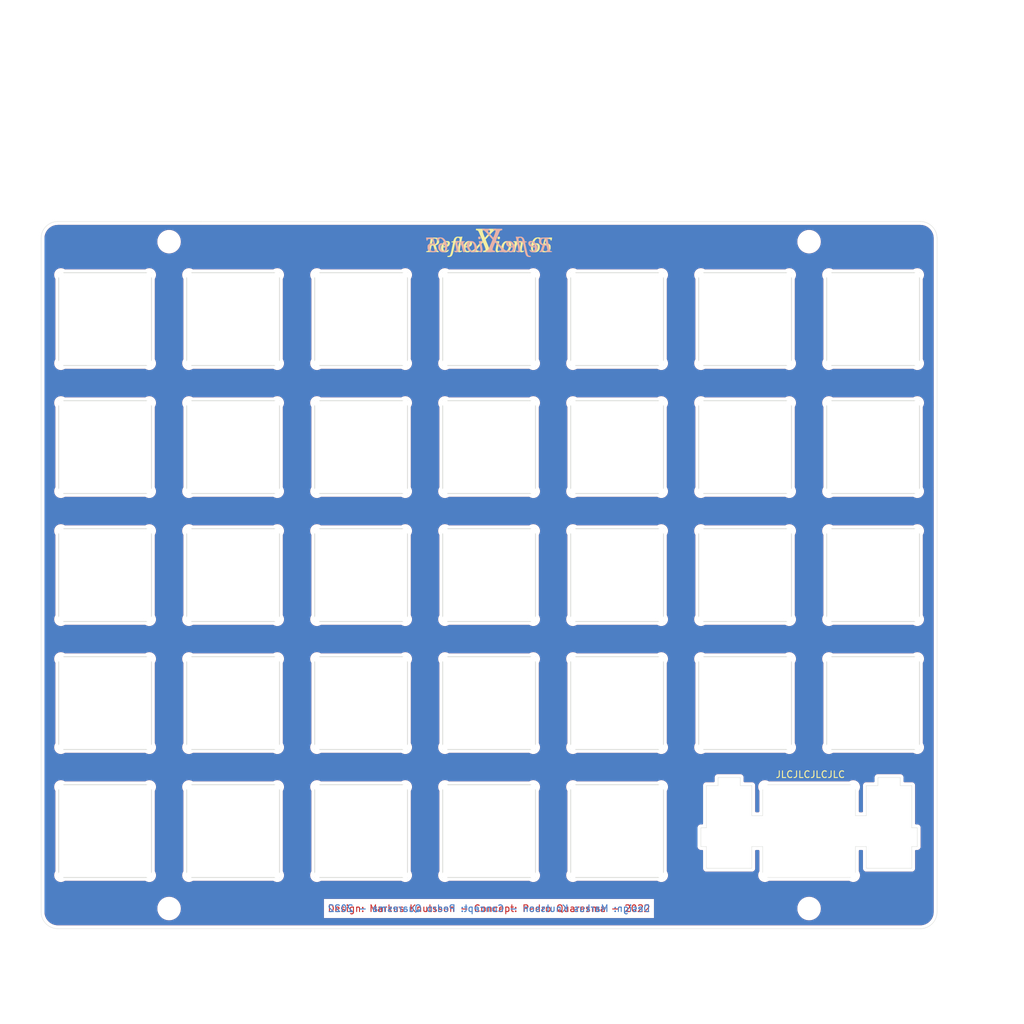
<source format=kicad_pcb>
(kicad_pcb (version 20211014) (generator pcbnew)
  (title_block (title "RefleXion - 65 Front Plate") (date "2022-10-10") (rev "1.0.0") (company "Tweety's Wild Thinking") (comment 1 "Design: Markus Knutsson <markus.knutsson@tweety.se>") (comment 2 "Concept: Pedro Quaresma <pq@live.ie>") (comment 3 "https://github.com/TweetyDaBird") (comment 4 "Licensed under Creative Commons BY-SA 4.0 International"))
  (layers (0 "F.Cu" signal) (31 "B.Cu" signal) (34 "B.Paste" user) (35 "F.Paste" user) (36 "B.SilkS" user "B.Silkscreen") (37 "F.SilkS" user "F.Silkscreen") (38 "B.Mask" user) (39 "F.Mask" user) (44 "Edge.Cuts" user))
  (net 0 "")
  (footprint "Keyboard_Plate:Spacer Plate hole" (layer "F.Cu") (at 158.515 35.965)
    (fp_text reference "H3" hide)
    (fp_text value "Spacer_PCB" hide)
    (pad "" np_thru_hole circle (at 0 0) (size 2.5 2.5) (drill 2.5) (layers *.Cu *.Mask))
  )
  (footprint "Keyboard_Plate:SW_MX_Plate_Placeholder" (layer "F.Cu") (at 129.94 123.69)
    (fp_text reference "SW33" hide)
    (fp_text value "SW_Push" hide)
    (fp_line (start 6.9 -6.9) (end -6.9 -6.9) (layer "Edge.Cuts") (width 0.1))
    (fp_line (start 6.9 6.9) (end 6.9 -6.9) (layer "Edge.Cuts") (width 0.1))
    (fp_line (start -6.9 6.9) (end 6.9 6.9) (layer "Edge.Cuts") (width 0.1))
    (fp_line (start -6.9 -6.9) (end -6.9 6.9) (layer "Edge.Cuts") (width 0.1))
    (pad "" np_thru_hole circle (at 6.5786 6.5786) (size 1 1) (drill 1) (layers *.Cu *.Mask))
    (pad "" np_thru_hole circle (at -6.5786 -6.5786) (size 1 1) (drill 1) (layers *.Cu *.Mask))
    (pad "" np_thru_hole circle (at 6.5786 -6.5786) (size 1 1) (drill 1) (layers *.Cu *.Mask))
    (pad "" np_thru_hole circle (at -6.5786 6.5786) (size 1 1) (drill 1) (layers *.Cu *.Mask))
  )
  (footprint "Keyboard_Plate:SW_MX_Plate_Placeholder" (layer "F.Cu") (at 110.89 66.54)
    (fp_text reference "SW11" hide)
    (fp_text value "SW_Push" hide)
    (fp_line (start -6.9 -6.9) (end -6.9 6.9) (layer "Edge.Cuts") (width 0.1))
    (fp_line (start 6.9 6.9) (end 6.9 -6.9) (layer "Edge.Cuts") (width 0.1))
    (fp_line (start -6.9 6.9) (end 6.9 6.9) (layer "Edge.Cuts") (width 0.1))
    (fp_line (start 6.9 -6.9) (end -6.9 -6.9) (layer "Edge.Cuts") (width 0.1))
    (pad "" np_thru_hole circle (at -6.5786 -6.5786) (size 1 1) (drill 1) (layers *.Cu *.Mask))
    (pad "" np_thru_hole circle (at 6.5786 -6.5786) (size 1 1) (drill 1) (layers *.Cu *.Mask))
    (pad "" np_thru_hole circle (at 6.5786 6.5786) (size 1 1) (drill 1) (layers *.Cu *.Mask))
    (pad "" np_thru_hole circle (at -6.5786 6.5786) (size 1 1) (drill 1) (layers *.Cu *.Mask))
  )
  (footprint "Keyboard_Plate:SW_MX_Plate_Placeholder" (layer "F.Cu") (at 72.79 123.69)
    (fp_text reference "SW30" hide)
    (fp_text value "SW_Push" hide)
    (fp_line (start -6.9 6.9) (end 6.9 6.9) (layer "Edge.Cuts") (width 0.1))
    (fp_line (start -6.9 -6.9) (end -6.9 6.9) (layer "Edge.Cuts") (width 0.1))
    (fp_line (start 6.9 -6.9) (end -6.9 -6.9) (layer "Edge.Cuts") (width 0.1))
    (fp_line (start 6.9 6.9) (end 6.9 -6.9) (layer "Edge.Cuts") (width 0.1))
    (pad "" np_thru_hole circle (at -6.5786 -6.5786) (size 1 1) (drill 1) (layers *.Cu *.Mask))
    (pad "" np_thru_hole circle (at -6.5786 6.5786) (size 1 1) (drill 1) (layers *.Cu *.Mask))
    (pad "" np_thru_hole circle (at 6.5786 6.5786) (size 1 1) (drill 1) (layers *.Cu *.Mask))
    (pad "" np_thru_hole circle (at 6.5786 -6.5786) (size 1 1) (drill 1) (layers *.Cu *.Mask))
  )
  (footprint "Keyboard_Plate:SW_MX_Plate_Placeholder" (layer "F.Cu") (at 110.89 123.69)
    (fp_text reference "SW32" hide)
    (fp_text value "SW_Push" hide)
    (fp_line (start 6.9 6.9) (end 6.9 -6.9) (layer "Edge.Cuts") (width 0.1))
    (fp_line (start -6.9 -6.9) (end -6.9 6.9) (layer "Edge.Cuts") (width 0.1))
    (fp_line (start -6.9 6.9) (end 6.9 6.9) (layer "Edge.Cuts") (width 0.1))
    (fp_line (start 6.9 -6.9) (end -6.9 -6.9) (layer "Edge.Cuts") (width 0.1))
    (pad "" np_thru_hole circle (at -6.5786 6.5786) (size 1 1) (drill 1) (layers *.Cu *.Mask))
    (pad "" np_thru_hole circle (at 6.5786 -6.5786) (size 1 1) (drill 1) (layers *.Cu *.Mask))
    (pad "" np_thru_hole circle (at 6.5786 6.5786) (size 1 1) (drill 1) (layers *.Cu *.Mask))
    (pad "" np_thru_hole circle (at -6.5786 -6.5786) (size 1 1) (drill 1) (layers *.Cu *.Mask))
  )
  (footprint "Keyboard_Plate:SW_MX_Plate_Placeholder" (layer "F.Cu") (at 91.84 47.49)
    (fp_text reference "SW3" hide)
    (fp_text value "SW_Push" hide)
    (fp_line (start 6.9 6.9) (end 6.9 -6.9) (layer "Edge.Cuts") (width 0.1))
    (fp_line (start 6.9 -6.9) (end -6.9 -6.9) (layer "Edge.Cuts") (width 0.1))
    (fp_line (start -6.9 -6.9) (end -6.9 6.9) (layer "Edge.Cuts") (width 0.1))
    (fp_line (start -6.9 6.9) (end 6.9 6.9) (layer "Edge.Cuts") (width 0.1))
    (pad "" np_thru_hole circle (at 6.5786 6.5786) (size 1 1) (drill 1) (layers *.Cu *.Mask))
    (pad "" np_thru_hole circle (at -6.5786 -6.5786) (size 1 1) (drill 1) (layers *.Cu *.Mask))
    (pad "" np_thru_hole circle (at 6.5786 -6.5786) (size 1 1) (drill 1) (layers *.Cu *.Mask))
    (pad "" np_thru_hole circle (at -6.5786 6.5786) (size 1 1) (drill 1) (layers *.Cu *.Mask))
  )
  (footprint "Keyboard_Plate:Spacer Plate hole" (layer "F.Cu") (at 158.515 135.215)
    (fp_text reference "H4" hide)
    (fp_text value "Spacer_PCB" hide)
    (pad "" np_thru_hole circle (at 0 0) (size 2.5 2.5) (drill 2.5) (layers *.Cu *.Mask))
  )
  (footprint "Keyboard_Plate:SW_MX_Plate_Placeholder" (layer "F.Cu") (at 148.99 104.64)
    (fp_text reference "SW27" hide)
    (fp_text value "SW_Push" hide)
    (fp_line (start -6.9 -6.9) (end -6.9 6.9) (layer "Edge.Cuts") (width 0.1))
    (fp_line (start 6.9 6.9) (end 6.9 -6.9) (layer "Edge.Cuts") (width 0.1))
    (fp_line (start -6.9 6.9) (end 6.9 6.9) (layer "Edge.Cuts") (width 0.1))
    (fp_line (start 6.9 -6.9) (end -6.9 -6.9) (layer "Edge.Cuts") (width 0.1))
    (pad "" np_thru_hole circle (at 6.5786 -6.5786) (size 1 1) (drill 1) (layers *.Cu *.Mask))
    (pad "" np_thru_hole circle (at -6.5786 6.5786) (size 1 1) (drill 1) (layers *.Cu *.Mask))
    (pad "" np_thru_hole circle (at 6.5786 6.5786) (size 1 1) (drill 1) (layers *.Cu *.Mask))
    (pad "" np_thru_hole circle (at -6.5786 -6.5786) (size 1 1) (drill 1) (layers *.Cu *.Mask))
  )
  (footprint "Keyboard_Plate:SW_MX_Plate_Placeholder" (layer "F.Cu") (at 91.84 123.69)
    (fp_text reference "SW31" hide)
    (fp_text value "SW_Push" hide)
    (fp_line (start 6.9 6.9) (end 6.9 -6.9) (layer "Edge.Cuts") (width 0.1))
    (fp_line (start 6.9 -6.9) (end -6.9 -6.9) (layer "Edge.Cuts") (width 0.1))
    (fp_line (start -6.9 6.9) (end 6.9 6.9) (layer "Edge.Cuts") (width 0.1))
    (fp_line (start -6.9 -6.9) (end -6.9 6.9) (layer "Edge.Cuts") (width 0.1))
    (pad "" np_thru_hole circle (at -6.5786 6.5786) (size 1 1) (drill 1) (layers *.Cu *.Mask))
    (pad "" np_thru_hole circle (at -6.5786 -6.5786) (size 1 1) (drill 1) (layers *.Cu *.Mask))
    (pad "" np_thru_hole circle (at 6.5786 -6.5786) (size 1 1) (drill 1) (layers *.Cu *.Mask))
    (pad "" np_thru_hole circle (at 6.5786 6.5786) (size 1 1) (drill 1) (layers *.Cu *.Mask))
  )
  (footprint "Keyboard_Plate:SW_MX_Plate_Placeholder" (layer "F.Cu") (at 148.99 66.54)
    (fp_text reference "SW13" hide)
    (fp_text value "SW_Push" hide)
    (fp_line (start -6.9 6.9) (end 6.9 6.9) (layer "Edge.Cuts") (width 0.1))
    (fp_line (start -6.9 -6.9) (end -6.9 6.9) (layer "Edge.Cuts") (width 0.1))
    (fp_line (start 6.9 6.9) (end 6.9 -6.9) (layer "Edge.Cuts") (width 0.1))
    (fp_line (start 6.9 -6.9) (end -6.9 -6.9) (layer "Edge.Cuts") (width 0.1))
    (pad "" np_thru_hole circle (at -6.5786 6.5786) (size 1 1) (drill 1) (layers *.Cu *.Mask))
    (pad "" np_thru_hole circle (at 6.5786 6.5786) (size 1 1) (drill 1) (layers *.Cu *.Mask))
    (pad "" np_thru_hole circle (at -6.5786 -6.5786) (size 1 1) (drill 1) (layers *.Cu *.Mask))
    (pad "" np_thru_hole circle (at 6.5786 -6.5786) (size 1 1) (drill 1) (layers *.Cu *.Mask))
  )
  (footprint "Keyboard_Plate:SW_MX_Plate_Placeholder" (layer "F.Cu") (at 53.74 66.54)
    (fp_text reference "SW8" hide)
    (fp_text value "SW_Push" hide)
    (fp_line (start -6.9 6.9) (end 6.9 6.9) (layer "Edge.Cuts") (width 0.1))
    (fp_line (start -6.9 -6.9) (end -6.9 6.9) (layer "Edge.Cuts") (width 0.1))
    (fp_line (start 6.9 6.9) (end 6.9 -6.9) (layer "Edge.Cuts") (width 0.1))
    (fp_line (start 6.9 -6.9) (end -6.9 -6.9) (layer "Edge.Cuts") (width 0.1))
    (pad "" np_thru_hole circle (at -6.5786 -6.5786) (size 1 1) (drill 1) (layers *.Cu *.Mask))
    (pad "" np_thru_hole circle (at 6.5786 -6.5786) (size 1 1) (drill 1) (layers *.Cu *.Mask))
    (pad "" np_thru_hole circle (at -6.5786 6.5786) (size 1 1) (drill 1) (layers *.Cu *.Mask))
    (pad "" np_thru_hole circle (at 6.5786 6.5786) (size 1 1) (drill 1) (layers *.Cu *.Mask))
  )
  (footprint "Keyboard_Plate:SW_MX_Plate_Placeholder" (layer "F.Cu") (at 72.79 66.54)
    (fp_text reference "SW9" hide)
    (fp_text value "SW_Push" hide)
    (fp_line (start 6.9 6.9) (end 6.9 -6.9) (layer "Edge.Cuts") (width 0.1))
    (fp_line (start -6.9 6.9) (end 6.9 6.9) (layer "Edge.Cuts") (width 0.1))
    (fp_line (start 6.9 -6.9) (end -6.9 -6.9) (layer "Edge.Cuts") (width 0.1))
    (fp_line (start -6.9 -6.9) (end -6.9 6.9) (layer "Edge.Cuts") (width 0.1))
    (pad "" np_thru_hole circle (at 6.5786 -6.5786) (size 1 1) (drill 1) (layers *.Cu *.Mask))
    (pad "" np_thru_hole circle (at -6.5786 -6.5786) (size 1 1) (drill 1) (layers *.Cu *.Mask))
    (pad "" np_thru_hole circle (at 6.5786 6.5786) (size 1 1) (drill 1) (layers *.Cu *.Mask))
    (pad "" np_thru_hole circle (at -6.5786 6.5786) (size 1 1) (drill 1) (layers *.Cu *.Mask))
  )
  (footprint "Keyboard_Plate:SW_MX_Plate_Placeholder" (layer "F.Cu") (at 148.99 85.59)
    (fp_text reference "SW20" hide)
    (fp_text value "SW_Push" hide)
    (fp_line (start 6.9 6.9) (end 6.9 -6.9) (layer "Edge.Cuts") (width 0.1))
    (fp_line (start -6.9 -6.9) (end -6.9 6.9) (layer "Edge.Cuts") (width 0.1))
    (fp_line (start 6.9 -6.9) (end -6.9 -6.9) (layer "Edge.Cuts") (width 0.1))
    (fp_line (start -6.9 6.9) (end 6.9 6.9) (layer "Edge.Cuts") (width 0.1))
    (pad "" np_thru_hole circle (at -6.5786 -6.5786) (size 1 1) (drill 1) (layers *.Cu *.Mask))
    (pad "" np_thru_hole circle (at -6.5786 6.5786) (size 1 1) (drill 1) (layers *.Cu *.Mask))
    (pad "" np_thru_hole circle (at 6.5786 6.5786) (size 1 1) (drill 1) (layers *.Cu *.Mask))
    (pad "" np_thru_hole circle (at 6.5786 -6.5786) (size 1 1) (drill 1) (layers *.Cu *.Mask))
  )
  (footprint "Keyboard_Plate:SW_MX_Plate_Placeholder" (layer "F.Cu") (at 110.89 85.59)
    (fp_text reference "SW18" hide)
    (fp_text value "SW_Push" hide)
    (fp_line (start -6.9 -6.9) (end -6.9 6.9) (layer "Edge.Cuts") (width 0.1))
    (fp_line (start -6.9 6.9) (end 6.9 6.9) (layer "Edge.Cuts") (width 0.1))
    (fp_line (start 6.9 6.9) (end 6.9 -6.9) (layer "Edge.Cuts") (width 0.1))
    (fp_line (start 6.9 -6.9) (end -6.9 -6.9) (layer "Edge.Cuts") (width 0.1))
    (pad "" np_thru_hole circle (at -6.5786 -6.5786) (size 1 1) (drill 1) (layers *.Cu *.Mask))
    (pad "" np_thru_hole circle (at 6.5786 6.5786) (size 1 1) (drill 1) (layers *.Cu *.Mask))
    (pad "" np_thru_hole circle (at -6.5786 6.5786) (size 1 1) (drill 1) (layers *.Cu *.Mask))
    (pad "" np_thru_hole circle (at 6.5786 -6.5786) (size 1 1) (drill 1) (layers *.Cu *.Mask))
  )
  (footprint "Keyboard_Plate:SW_MX_Plate_Placeholder" (layer "F.Cu") (at 129.94 66.54)
    (fp_text reference "SW12" hide)
    (fp_text value "SW_Push" hide)
    (fp_line (start 6.9 -6.9) (end -6.9 -6.9) (layer "Edge.Cuts") (width 0.1))
    (fp_line (start -6.9 -6.9) (end -6.9 6.9) (layer "Edge.Cuts") (width 0.1))
    (fp_line (start 6.9 6.9) (end 6.9 -6.9) (layer "Edge.Cuts") (width 0.1))
    (fp_line (start -6.9 6.9) (end 6.9 6.9) (layer "Edge.Cuts") (width 0.1))
    (pad "" np_thru_hole circle (at -6.5786 -6.5786) (size 1 1) (drill 1) (layers *.Cu *.Mask))
    (pad "" np_thru_hole circle (at -6.5786 6.5786) (size 1 1) (drill 1) (layers *.Cu *.Mask))
    (pad "" np_thru_hole circle (at 6.5786 6.5786) (size 1 1) (drill 1) (layers *.Cu *.Mask))
    (pad "" np_thru_hole circle (at 6.5786 -6.5786) (size 1 1) (drill 1) (layers *.Cu *.Mask))
  )
  (footprint "Keyboard_Plate:Spacer Plate hole" (layer "F.Cu") (at 63.265 35.965)
    (fp_text reference "H1" hide)
    (fp_text value "Spacer_PCB" hide)
    (pad "" np_thru_hole circle (at 0 0) (size 2.5 2.5) (drill 2.5) (layers *.Cu *.Mask))
  )
  (footprint "Keyboard_Plate:SW_MX_Plate_Placeholder" (layer "F.Cu") (at 110.89 47.49)
    (fp_text reference "SW4" hide)
    (fp_text value "SW_Push" hide)
    (fp_line (start -6.9 6.9) (end 6.9 6.9) (layer "Edge.Cuts") (width 0.1))
    (fp_line (start 6.9 6.9) (end 6.9 -6.9) (layer "Edge.Cuts") (width 0.1))
    (fp_line (start 6.9 -6.9) (end -6.9 -6.9) (layer "Edge.Cuts") (width 0.1))
    (fp_line (start -6.9 -6.9) (end -6.9 6.9) (layer "Edge.Cuts") (width 0.1))
    (pad "" np_thru_hole circle (at 6.5786 6.5786) (size 1 1) (drill 1) (layers *.Cu *.Mask))
    (pad "" np_thru_hole circle (at 6.5786 -6.5786) (size 1 1) (drill 1) (layers *.Cu *.Mask))
    (pad "" np_thru_hole circle (at -6.5786 6.5786) (size 1 1) (drill 1) (layers *.Cu *.Mask))
    (pad "" np_thru_hole circle (at -6.5786 -6.5786) (size 1 1) (drill 1) (layers *.Cu *.Mask))
  )
  (footprint "Logotypes:RefleXion 65" (layer "F.Cu") (at 110.993994 36.121614)
    (fp_text reference "G***" hide)
    (fp_text value "LOGO" hide)
  )
  (footprint "Keyboard_Plate:SW_MX_Plate_Placeholder" (layer "F.Cu") (at 72.79 85.59)
    (fp_text reference "SW16" hide)
    (fp_text value "SW_Push" hide)
    (fp_line (start 6.9 6.9) (end 6.9 -6.9) (layer "Edge.Cuts") (width 0.1))
    (fp_line (start 6.9 -6.9) (end -6.9 -6.9) (layer "Edge.Cuts") (width 0.1))
    (fp_line (start -6.9 -6.9) (end -6.9 6.9) (layer "Edge.Cuts") (width 0.1))
    (fp_line (start -6.9 6.9) (end 6.9 6.9) (layer "Edge.Cuts") (width 0.1))
    (pad "" np_thru_hole circle (at -6.5786 6.5786) (size 1 1) (drill 1) (layers *.Cu *.Mask))
    (pad "" np_thru_hole circle (at -6.5786 -6.5786) (size 1 1) (drill 1) (layers *.Cu *.Mask))
    (pad "" np_thru_hole circle (at 6.5786 -6.5786) (size 1 1) (drill 1) (layers *.Cu *.Mask))
    (pad "" np_thru_hole circle (at 6.5786 6.5786) (size 1 1) (drill 1) (layers *.Cu *.Mask))
  )
  (footprint "Keyboard_Plate:SW_MX_Plate_Placeholder" (layer "F.Cu") (at 91.84 85.59)
    (fp_text reference "SW17" hide)
    (fp_text value "SW_Push" hide)
    (fp_line (start 6.9 6.9) (end 6.9 -6.9) (layer "Edge.Cuts") (width 0.1))
    (fp_line (start -6.9 -6.9) (end -6.9 6.9) (layer "Edge.Cuts") (width 0.1))
    (fp_line (start -6.9 6.9) (end 6.9 6.9) (layer "Edge.Cuts") (width 0.1))
    (fp_line (start 6.9 -6.9) (end -6.9 -6.9) (layer "Edge.Cuts") (width 0.1))
    (pad "" np_thru_hole circle (at 6.5786 6.5786) (size 1 1) (drill 1) (layers *.Cu *.Mask))
    (pad "" np_thru_hole circle (at -6.5786 -6.5786) (size 1 1) (drill 1) (layers *.Cu *.Mask))
    (pad "" np_thru_hole circle (at 6.5786 -6.5786) (size 1 1) (drill 1) (layers *.Cu *.Mask))
    (pad "" np_thru_hole circle (at -6.5786 6.5786) (size 1 1) (drill 1) (layers *.Cu *.Mask))
  )
  (footprint "Keyboard_Plate:SW_MX_Plate_Placeholder" (layer "F.Cu") (at 53.74 85.59)
    (fp_text reference "SW15" hide)
    (fp_text value "SW_Push" hide)
    (fp_line (start -6.9 -6.9) (end -6.9 6.9) (layer "Edge.Cuts") (width 0.1))
    (fp_line (start 6.9 -6.9) (end -6.9 -6.9) (layer "Edge.Cuts") (width 0.1))
    (fp_line (start -6.9 6.9) (end 6.9 6.9) (layer "Edge.Cuts") (width 0.1))
    (fp_line (start 6.9 6.9) (end 6.9 -6.9) (layer "Edge.Cuts") (width 0.1))
    (pad "" np_thru_hole circle (at -6.5786 -6.5786) (size 1 1) (drill 1) (layers *.Cu *.Mask))
    (pad "" np_thru_hole circle (at -6.5786 6.5786) (size 1 1) (drill 1) (layers *.Cu *.Mask))
    (pad "" np_thru_hole circle (at 6.5786 -6.5786) (size 1 1) (drill 1) (layers *.Cu *.Mask))
    (pad "" np_thru_hole circle (at 6.5786 6.5786) (size 1 1) (drill 1) (layers *.Cu *.Mask))
  )
  (footprint "Keyboard_Plate:SW_MX_Plate_Placeholder" (layer "F.Cu") (at 168.04 104.64)
    (fp_text reference "SW28" hide)
    (fp_text value "SW_Push" hide)
    (fp_line (start -6.9 6.9) (end 6.9 6.9) (layer "Edge.Cuts") (width 0.1))
    (fp_line (start -6.9 -6.9) (end -6.9 6.9) (layer "Edge.Cuts") (width 0.1))
    (fp_line (start 6.9 -6.9) (end -6.9 -6.9) (layer "Edge.Cuts") (width 0.1))
    (fp_line (start 6.9 6.9) (end 6.9 -6.9) (layer "Edge.Cuts") (width 0.1))
    (pad "" np_thru_hole circle (at -6.5786 -6.5786) (size 1 1) (drill 1) (layers *.Cu *.Mask))
    (pad "" np_thru_hole circle (at 6.5786 -6.5786) (size 1 1) (drill 1) (layers *.Cu *.Mask))
    (pad "" np_thru_hole circle (at -6.5786 6.5786) (size 1 1) (drill 1) (layers *.Cu *.Mask))
    (pad "" np_thru_hole circle (at 6.5786 6.5786) (size 1 1) (drill 1) (layers *.Cu *.Mask))
  )
  (footprint "Keyboard_Plate:SW_MX_Plate_Placeholder" (layer "F.Cu") (at 72.79 104.64)
    (fp_text reference "SW23" hide)
    (fp_text value "SW_Push" hide)
    (fp_line (start 6.9 -6.9) (end -6.9 -6.9) (layer "Edge.Cuts") (width 0.1))
    (fp_line (start -6.9 6.9) (end 6.9 6.9) (layer "Edge.Cuts") (width 0.1))
    (fp_line (start -6.9 -6.9) (end -6.9 6.9) (layer "Edge.Cuts") (width 0.1))
    (fp_line (start 6.9 6.9) (end 6.9 -6.9) (layer "Edge.Cuts") (width 0.1))
    (pad "" np_thru_hole circle (at 6.5786 6.5786) (size 1 1) (drill 1) (layers *.Cu *.Mask))
    (pad "" np_thru_hole circle (at -6.5786 -6.5786) (size 1 1) (drill 1) (layers *.Cu *.Mask))
    (pad "" np_thru_hole circle (at 6.5786 -6.5786) (size 1 1) (drill 1) (layers *.Cu *.Mask))
    (pad "" np_thru_hole circle (at -6.5786 6.5786) (size 1 1) (drill 1) (layers *.Cu *.Mask))
  )
  (footprint "Keyboard_Plate:SW_MX_Plate_Placeholder" (layer "F.Cu") (at 168.04 66.54)
    (fp_text reference "SW14" hide)
    (fp_text value "SW_Push" hide)
    (fp_line (start -6.9 -6.9) (end -6.9 6.9) (layer "Edge.Cuts") (width 0.1))
    (fp_line (start 6.9 -6.9) (end -6.9 -6.9) (layer "Edge.Cuts") (width 0.1))
    (fp_line (start 6.9 6.9) (end 6.9 -6.9) (layer "Edge.Cuts") (width 0.1))
    (fp_line (start -6.9 6.9) (end 6.9 6.9) (layer "Edge.Cuts") (width 0.1))
    (pad "" np_thru_hole circle (at 6.5786 6.5786) (size 1 1) (drill 1) (layers *.Cu *.Mask))
    (pad "" np_thru_hole circle (at -6.5786 6.5786) (size 1 1) (drill 1) (layers *.Cu *.Mask))
    (pad "" np_thru_hole circle (at 6.5786 -6.5786) (size 1 1) (drill 1) (layers *.Cu *.Mask))
    (pad "" np_thru_hole circle (at -6.5786 -6.5786) (size 1 1) (drill 1) (layers *.Cu *.Mask))
  )
  (footprint "Keyboard_Plate:SW_MX_Plate_Placeholder" (layer "F.Cu") (at 129.94 85.59)
    (fp_text reference "SW19" hide)
    (fp_text value "SW_Push" hide)
    (fp_line (start -6.9 -6.9) (end -6.9 6.9) (layer "Edge.Cuts") (width 0.1))
    (fp_line (start -6.9 6.9) (end 6.9 6.9) (layer "Edge.Cuts") (width 0.1))
    (fp_line (start 6.9 6.9) (end 6.9 -6.9) (layer "Edge.Cuts") (width 0.1))
    (fp_line (start 6.9 -6.9) (end -6.9 -6.9) (layer "Edge.Cuts") (width 0.1))
    (pad "" np_thru_hole circle (at -6.5786 6.5786) (size 1 1) (drill 1) (layers *.Cu *.Mask))
    (pad "" np_thru_hole circle (at 6.5786 -6.5786) (size 1 1) (drill 1) (layers *.Cu *.Mask))
    (pad "" np_thru_hole circle (at -6.5786 -6.5786) (size 1 1) (drill 1) (layers *.Cu *.Mask))
    (pad "" np_thru_hole circle (at 6.5786 6.5786) (size 1 1) (drill 1) (layers *.Cu *.Mask))
  )
  (footprint "Keyboard_Plate:SW_MX_Plate_Placeholder" (layer "F.Cu") (at 72.79 47.49)
    (fp_text reference "SW2" hide)
    (fp_text value "SW_Push" hide)
    (fp_line (start 6.9 6.9) (end 6.9 -6.9) (layer "Edge.Cuts") (width 0.1))
    (fp_line (start -6.9 -6.9) (end -6.9 6.9) (layer "Edge.Cuts") (width 0.1))
    (fp_line (start -6.9 6.9) (end 6.9 6.9) (layer "Edge.Cuts") (width 0.1))
    (fp_line (start 6.9 -6.9) (end -6.9 -6.9) (layer "Edge.Cuts") (width 0.1))
    (pad "" np_thru_hole circle (at 6.5786 6.5786) (size 1 1) (drill 1) (layers *.Cu *.Mask))
    (pad "" np_thru_hole circle (at -6.5786 -6.5786) (size 1 1) (drill 1) (layers *.Cu *.Mask))
    (pad "" np_thru_hole circle (at 6.5786 -6.5786) (size 1 1) (drill 1) (layers *.Cu *.Mask))
    (pad "" np_thru_hole circle (at -6.5786 6.5786) (size 1 1) (drill 1) (layers *.Cu *.Mask))
  )
  (footprint "Keyboard_Plate:SW_MX_Plate_Placeholder" (layer "F.Cu") (at 110.89 104.64)
    (fp_text reference "SW25" hide)
    (fp_text value "SW_Push" hide)
    (fp_line (start -6.9 -6.9) (end -6.9 6.9) (layer "Edge.Cuts") (width 0.1))
    (fp_line (start 6.9 6.9) (end 6.9 -6.9) (layer "Edge.Cuts") (width 0.1))
    (fp_line (start -6.9 6.9) (end 6.9 6.9) (layer "Edge.Cuts") (width 0.1))
    (fp_line (start 6.9 -6.9) (end -6.9 -6.9) (layer "Edge.Cuts") (width 0.1))
    (pad "" np_thru_hole circle (at 6.5786 -6.5786) (size 1 1) (drill 1) (layers *.Cu *.Mask))
    (pad "" np_thru_hole circle (at -6.5786 6.5786) (size 1 1) (drill 1) (layers *.Cu *.Mask))
    (pad "" np_thru_hole circle (at -6.5786 -6.5786) (size 1 1) (drill 1) (layers *.Cu *.Mask))
    (pad "" np_thru_hole circle (at 6.5786 6.5786) (size 1 1) (drill 1) (layers *.Cu *.Mask))
  )
  (footprint "Keyboard_Plate:SW_MX_Plate_Placeholder" (layer "F.Cu") (at 168.04 47.49)
    (fp_text reference "SW7" hide)
    (fp_text value "SW_Push" hide)
    (fp_line (start -6.9 -6.9) (end -6.9 6.9) (layer "Edge.Cuts") (width 0.1))
    (fp_line (start 6.9 6.9) (end 6.9 -6.9) (layer "Edge.Cuts") (width 0.1))
    (fp_line (start -6.9 6.9) (end 6.9 6.9) (layer "Edge.Cuts") (width 0.1))
    (fp_line (start 6.9 -6.9) (end -6.9 -6.9) (layer "Edge.Cuts") (width 0.1))
    (pad "" np_thru_hole circle (at -6.5786 6.5786) (size 1 1) (drill 1) (layers *.Cu *.Mask))
    (pad "" np_thru_hole circle (at -6.5786 -6.5786) (size 1 1) (drill 1) (layers *.Cu *.Mask))
    (pad "" np_thru_hole circle (at 6.5786 -6.5786) (size 1 1) (drill 1) (layers *.Cu *.Mask))
    (pad "" np_thru_hole circle (at 6.5786 6.5786) (size 1 1) (drill 1) (layers *.Cu *.Mask))
  )
  (footprint "Keyboard_Plate:Stabilizer_Cherry_MX_2.00u_PLate" (layer "F.Cu") (at 158.515 123.69 180)
    (fp_text reference "ST1" hide)
    (fp_text value "Stabilizer_2u_MX")
    (fp_line (start 6.9 -6.9) (end 6.9 -2.3) (layer "Edge.Cuts") (width 0.05))
    (fp_line (start 15.275 6.77) (end 13.55 6.77) (layer "Edge.Cuts") (width 0.05))
    (fp_line (start -6.9 -6.9) (end -6.9 -2.3) (layer "Edge.Cuts") (width 0.05))
    (fp_line (start 10.25 7.97) (end 10.25 6.77) (layer "Edge.Cuts") (width 0.05))
    (fp_line (start 10.25 7.97) (end 13.55 7.97) (layer "Edge.Cuts") (width 0.05))
    (fp_line (start -16.1 -2.3) (end -15.275 -2.3) (layer "Edge.Cuts") (width 0.05))
    (fp_line (start -10.25 6.77) (end -8.525 6.77) (layer "Edge.Cuts") (width 0.05))
    (fp_line (start -10.25 7.97) (end -10.25 6.77) (layer "Edge.Cuts") (width 0.05))
    (fp_line (start -8.525 -2.3) (end -6.9 -2.3) (layer "Edge.Cuts") (width 0.05))
    (fp_line (start -16.1 0.485) (end -16.1 -2.3) (layer "Edge.Cuts") (width 0.05))
    (fp_line (start 10.25 6.77) (end 8.525 6.77) (layer "Edge.Cuts") (width 0.05))
    (fp_line (start 15.275 -2.3) (end 15.275 -5.53) (layer "Edge.Cuts") (width 0.05))
    (fp_line (start -8.525 2.3) (end -8.525 6.77) (layer "Edge.Cuts") (width 0.05))
    (fp_line (start 8.525 -2.3) (end 6.9 -2.3) (layer "Edge.Cuts") (width 0.05))
    (fp_line (start 8.525 2.3) (end 6.9 2.3) (layer "Edge.Cuts") (width 0.05))
    (fp_line (start -15.275 6.77) (end -15.275 0.485) (layer "Edge.Cuts") (width 0.05))
    (fp_line (start 13.55 7.97) (end 13.55 6.77) (layer "Edge.Cuts") (width 0.05))
    (fp_line (start 6.9 2.3) (end 6.9 6.9) (layer "Edge.Cuts") (width 0.05))
    (fp_line (start 15.275 6.77) (end 15.275 0.485) (layer "Edge.Cuts") (width 0.05))
    (fp_line (start -8.525 -5.53) (end -15.275 -5.53) (layer "Edge.Cuts") (width 0.05))
    (fp_line (start 8.525 -2.3) (end 8.525 -5.53) (layer "Edge.Cuts") (width 0.05))
    (fp_line (start -8.525 -2.3) (end -8.525 -5.53) (layer "Edge.Cuts") (width 0.05))
    (fp_line (start -10.25 7.97) (end -13.55 7.97) (layer "Edge.Cuts") (width 0.05))
    (fp_line (start -13.55 7.97) (end -13.55 6.77) (layer "Edge.Cuts") (width 0.05))
    (fp_line (start 16.1 -2.3) (end 15.275 -2.3) (layer "Edge.Cuts") (width 0.05))
    (fp_line (start 16.1 0.485) (end 16.1 -2.3) (layer "Edge.Cuts") (width 0.05))
    (fp_line (start 16.1 0.485) (end 15.275 0.485) (layer "Edge.Cuts") (width 0.05))
    (fp_line (start -6.9 6.9) (end 6.9 6.9) (layer "Edge.Cuts") (width 0.05))
    (fp_line (start -6.9 2.3) (end -6.9 6.9) (layer "Edge.Cuts") (width 0.05))
    (fp_line (start -8.525 2.3) (end -6.9 2.3) (layer "Edge.Cuts") (width 0.05))
    (fp_line (start -16.1 0.485) (end -15.275 0.485) (layer "Edge.Cuts") (width 0.05))
    (fp_line (start -15.275 -2.3) (end -15.275 -5.53) (layer "Edge.Cuts") (width 0.05))
    (fp_line (start -6.9 -6.9) (end 6.9 -6.9) (layer "Edge.Cuts") (width 0.05))
    (fp_line (start 8.525 -5.53) (end 15.275 -5.53) (layer "Edge.Cuts") (width 0.05))
    (fp_line (start -15.275 6.77) (end -13.55 6.77) (layer "Edge.Cuts") (width 0.05))
    (fp_line (start 8.525 2.3) (end 8.525 6.77) (layer "Edge.Cuts") (width 0.05))
    (pad "" np_thru_hole circle (at 6.575 -6.575 180) (size 1 1) (drill 1) (layers F&B.Cu *.Mask))
    (pad "" np_thru_hole circle (at -6.575 6.575 180) (size 1 1) (drill 1) (layers F&B.Cu *.Mask))
    (pad "" np_thru_hole circle (at -6.575 -6.575 180) (size 1 1) (drill 1) (layers F&B.Cu *.Mask))
    (pad "" np_thru_hole circle (at 6.575 6.575 180) (size 1 1) (drill 1) (layers F&B.Cu *.Mask))
  )
  (footprint "Keyboard_Plate:Spacer Plate hole" (layer "F.Cu") (at 63.265 135.215)
    (fp_text reference "H2" hide)
    (fp_text value "Spacer_PCB" hide)
    (pad "" np_thru_hole circle (at 0 0) (size 2.5 2.5) (drill 2.5) (layers *.Cu *.Mask))
  )
  (footprint "Keyboard_Plate:SW_MX_Plate_Placeholder" (layer "F.Cu") (at 53.74 47.49)
    (fp_text reference "SW1" hide)
    (fp_text value "SW_Push" hide)
    (fp_line (start 6.9 -6.9) (end -6.9 -6.9) (layer "Edge.Cuts") (width 0.1))
    (fp_line (start 6.9 6.9) (end 6.9 -6.9) (layer "Edge.Cuts") (width 0.1))
    (fp_line (start -6.9 -6.9) (end -6.9 6.9) (layer "Edge.Cuts") (width 0.1))
    (fp_line (start -6.9 6.9) (end 6.9 6.9) (layer "Edge.Cuts") (width 0.1))
    (pad "" np_thru_hole circle (at 6.5786 -6.5786) (size 1 1) (drill 1) (layers *.Cu *.Mask))
    (pad "" np_thru_hole circle (at -6.5786 6.5786) (size 1 1) (drill 1) (layers *.Cu *.Mask))
    (pad "" np_thru_hole circle (at 6.5786 6.5786) (size 1 1) (drill 1) (layers *.Cu *.Mask))
    (pad "" np_thru_hole circle (at -6.5786 -6.5786) (size 1 1) (drill 1) (layers *.Cu *.Mask))
  )
  (footprint "Keyboard_Plate:SW_MX_Plate_Placeholder" (layer "F.Cu") (at 53.74 104.64)
    (fp_text reference "SW22" hide)
    (fp_text value "SW_Push" hide)
    (fp_line (start 6.9 6.9) (end 6.9 -6.9) (layer "Edge.Cuts") (width 0.1))
    (fp_line (start -6.9 -6.9) (end -6.9 6.9) (layer "Edge.Cuts") (width 0.1))
    (fp_line (start -6.9 6.9) (end 6.9 6.9) (layer "Edge.Cuts") (width 0.1))
    (fp_line (start 6.9 -6.9) (end -6.9 -6.9) (layer "Edge.Cuts") (width 0.1))
    (pad "" np_thru_hole circle (at 6.5786 6.5786) (size 1 1) (drill 1) (layers *.Cu *.Mask))
    (pad "" np_thru_hole circle (at -6.5786 -6.5786) (size 1 1) (drill 1) (layers *.Cu *.Mask))
    (pad "" np_thru_hole circle (at -6.5786 6.5786) (size 1 1) (drill 1) (layers *.Cu *.Mask))
    (pad "" np_thru_hole circle (at 6.5786 -6.5786) (size 1 1) (drill 1) (layers *.Cu *.Mask))
  )
  (footprint "Keyboard_Plate:SW_MX_Plate_Placeholder" (layer "F.Cu") (at 91.84 104.64)
    (fp_text reference "SW24" hide)
    (fp_text value "SW_Push" hide)
    (fp_line (start 6.9 6.9) (end 6.9 -6.9) (layer "Edge.Cuts") (width 0.1))
    (fp_line (start -6.9 -6.9) (end -6.9 6.9) (layer "Edge.Cuts") (width 0.1))
    (fp_line (start 6.9 -6.9) (end -6.9 -6.9) (layer "Edge.Cuts") (width 0.1))
    (fp_line (start -6.9 6.9) (end 6.9 6.9) (layer "Edge.Cuts") (width 0.1))
    (pad "" np_thru_hole circle (at -6.5786 -6.5786) (size 1 1) (drill 1) (layers *.Cu *.Mask))
    (pad "" np_thru_hole circle (at 6.5786 -6.5786) (size 1 1) (drill 1) (layers *.Cu *.Mask))
    (pad "" np_thru_hole circle (at -6.5786 6.5786) (size 1 1) (drill 1) (layers *.Cu *.Mask))
    (pad "" np_thru_hole circle (at 6.5786 6.5786) (size 1 1) (drill 1) (layers *.Cu *.Mask))
  )
  (footprint "Keyboard_Plate:SW_MX_Plate_Placeholder" (layer "F.Cu") (at 148.99 47.49)
    (fp_text reference "SW6" hide)
    (fp_text value "SW_Push" hide)
    (fp_line (start 6.9 6.9) (end 6.9 -6.9) (layer "Edge.Cuts") (width 0.1))
    (fp_line (start -6.9 -6.9) (end -6.9 6.9) (layer "Edge.Cuts") (width 0.1))
    (fp_line (start -6.9 6.9) (end 6.9 6.9) (layer "Edge.Cuts") (width 0.1))
    (fp_line (start 6.9 -6.9) (end -6.9 -6.9) (layer "Edge.Cuts") (width 0.1))
    (pad "" np_thru_hole circle (at -6.5786 -6.5786) (size 1 1) (drill 1) (layers *.Cu *.Mask))
    (pad "" np_thru_hole circle (at -6.5786 6.5786) (size 1 1) (drill 1) (layers *.Cu *.Mask))
    (pad "" np_thru_hole circle (at 6.5786 6.5786) (size 1 1) (drill 1) (layers *.Cu *.Mask))
    (pad "" np_thru_hole circle (at 6.5786 -6.5786) (size 1 1) (drill 1) (layers *.Cu *.Mask))
  )
  (footprint "Keyboard_Plate:SW_MX_Plate_Placeholder" (layer "F.Cu") (at 129.94 47.49)
    (fp_text reference "SW5" hide)
    (fp_text value "SW_Push" hide)
    (fp_line (start 6.9 -6.9) (end -6.9 -6.9) (layer "Edge.Cuts") (width 0.1))
    (fp_line (start -6.9 -6.9) (end -6.9 6.9) (layer "Edge.Cuts") (width 0.1))
    (fp_line (start 6.9 6.9) (end 6.9 -6.9) (layer "Edge.Cuts") (width 0.1))
    (fp_line (start -6.9 6.9) (end 6.9 6.9) (layer "Edge.Cuts") (width 0.1))
    (pad "" np_thru_hole circle (at 6.5786 -6.5786) (size 1 1) (drill 1) (layers *.Cu *.Mask))
    (pad "" np_thru_hole circle (at -6.5786 6.5786) (size 1 1) (drill 1) (layers *.Cu *.Mask))
    (pad "" np_thru_hole circle (at 6.5786 6.5786) (size 1 1) (drill 1) (layers *.Cu *.Mask))
    (pad "" np_thru_hole circle (at -6.5786 -6.5786) (size 1 1) (drill 1) (layers *.Cu *.Mask))
  )
  (footprint "Keyboard_Plate:SW_MX_Plate_Placeholder" (layer "F.Cu") (at 129.94 104.64)
    (fp_text reference "SW26" hide)
    (fp_text value "SW_Push" hide)
    (fp_line (start 6.9 -6.9) (end -6.9 -6.9) (layer "Edge.Cuts") (width 0.1))
    (fp_line (start 6.9 6.9) (end 6.9 -6.9) (layer "Edge.Cuts") (width 0.1))
    (fp_line (start -6.9 6.9) (end 6.9 6.9) (layer "Edge.Cuts") (width 0.1))
    (fp_line (start -6.9 -6.9) (end -6.9 6.9) (layer "Edge.Cuts") (width 0.1))
    (pad "" np_thru_hole circle (at 6.5786 6.5786) (size 1 1) (drill 1) (layers *.Cu *.Mask))
    (pad "" np_thru_hole circle (at -6.5786 -6.5786) (size 1 1) (drill 1) (layers *.Cu *.Mask))
    (pad "" np_thru_hole circle (at 6.5786 -6.5786) (size 1 1) (drill 1) (layers *.Cu *.Mask))
    (pad "" np_thru_hole circle (at -6.5786 6.5786) (size 1 1) (drill 1) (layers *.Cu *.Mask))
  )
  (footprint "Keyboard_Plate:SW_MX_Plate_Placeholder" (layer "F.Cu") (at 53.74 123.69)
    (fp_text reference "SW29" hide)
    (fp_text value "SW_Push" hide)
    (fp_line (start 6.9 -6.9) (end -6.9 -6.9) (layer "Edge.Cuts") (width 0.1))
    (fp_line (start -6.9 -6.9) (end -6.9 6.9) (layer "Edge.Cuts") (width 0.1))
    (fp_line (start -6.9 6.9) (end 6.9 6.9) (layer "Edge.Cuts") (width 0.1))
    (fp_line (start 6.9 6.9) (end 6.9 -6.9) (layer "Edge.Cuts") (width 0.1))
    (pad "" np_thru_hole circle (at 6.5786 6.5786) (size 1 1) (drill 1) (layers *.Cu *.Mask))
    (pad "" np_thru_hole circle (at -6.5786 6.5786) (size 1 1) (drill 1) (layers *.Cu *.Mask))
    (pad "" np_thru_hole circle (at -6.5786 -6.5786) (size 1 1) (drill 1) (layers *.Cu *.Mask))
    (pad "" np_thru_hole circle (at 6.5786 -6.5786) (size 1 1) (drill 1) (layers *.Cu *.Mask))
  )
  (footprint "Keyboard_Plate:SW_MX_Plate_Placeholder" (layer "F.Cu") (at 168.04 85.59)
    (fp_text reference "SW21" hide)
    (fp_text value "SW_Push" hide)
    (fp_line (start 6.9 -6.9) (end -6.9 -6.9) (layer "Edge.Cuts") (width 0.1))
    (fp_line (start -6.9 6.9) (end 6.9 6.9) (layer "Edge.Cuts") (width 0.1))
    (fp_line (start 6.9 6.9) (end 6.9 -6.9) (layer "Edge.Cuts") (width 0.1))
    (fp_line (start -6.9 -6.9) (end -6.9 6.9) (layer "Edge.Cuts") (width 0.1))
    (pad "" np_thru_hole circle (at -6.5786 -6.5786) (size 1 1) (drill 1) (layers *.Cu *.Mask))
    (pad "" np_thru_hole circle (at 6.5786 -6.5786) (size 1 1) (drill 1) (layers *.Cu *.Mask))
    (pad "" np_thru_hole circle (at 6.5786 6.5786) (size 1 1) (drill 1) (layers *.Cu *.Mask))
    (pad "" np_thru_hole circle (at -6.5786 6.5786) (size 1 1) (drill 1) (layers *.Cu *.Mask))
  )
  (footprint "Keyboard_Plate:SW_MX_Plate_Placeholder" (layer "F.Cu") (at 91.84 66.54)
    (fp_text reference "SW10" hide)
    (fp_text value "SW_Push" hide)
    (fp_line (start 6.9 6.9) (end 6.9 -6.9) (layer "Edge.Cuts") (width 0.1))
    (fp_line (start -6.9 6.9) (end 6.9 6.9) (layer "Edge.Cuts") (width 0.1))
    (fp_line (start 6.9 -6.9) (end -6.9 -6.9) (layer "Edge.Cuts") (width 0.1))
    (fp_line (start -6.9 -6.9) (end -6.9 6.9) (layer "Edge.Cuts") (width 0.1))
    (pad "" np_thru_hole circle (at -6.5786 -6.5786) (size 1 1) (drill 1) (layers *.Cu *.Mask))
    (pad "" np_thru_hole circle (at -6.5786 6.5786) (size 1 1) (drill 1) (layers *.Cu *.Mask))
    (pad "" np_thru_hole circle (at 6.5786 -6.5786) (size 1 1) (drill 1) (layers *.Cu *.Mask))
    (pad "" np_thru_hole circle (at 6.5786 6.5786) (size 1 1) (drill 1) (layers *.Cu *.Mask))
  )
  (footprint "Logotypes:RefleXion 65" (layer "B.Cu") (at 110.786007 36.121614 180)
    (fp_text reference "G***" hide)
    (fp_text value "LOGO" hide)
  )
  (gr_arc (start 46.715474 138.215075) (mid 44.947354 137.482696) (end 44.214975 135.714576) (layer "Edge.Cuts") (width 0.05))
  (gr_arc (start 44.214975 35.465499) (mid 44.947354 33.697379) (end 46.715474 32.965) (layer "Edge.Cuts") (width 0.05))
  (gr_arc (start 177.565 135.714576) (mid 176.832621 137.482696) (end 175.064501 138.215075) (layer "Edge.Cuts") (width 0.05))
  (gr_line (start 68.0275 32.965) (end 46.715474 32.965) (layer "Edge.Cuts") (width 0.05))
  (gr_line (start 44.215 47.6) (end 44.214975 135.714576) (layer "Edge.Cuts") (width 0.05))
  (gr_line (start 44.215 47.6) (end 44.214975 35.465499) (layer "Edge.Cuts") (width 0.05))
  (gr_line (start 177.565 135.714576) (end 177.564551 35.465499) (layer "Edge.Cuts") (width 0.05))
  (gr_arc (start 175.064052 32.965) (mid 176.832172 33.697379) (end 177.564551 35.465499) (layer "Edge.Cuts") (width 0.05))
  (gr_line (start 153.752 32.965) (end 175.064052 32.965) (layer "Edge.Cuts") (width 0.05))
  (gr_line (start 68.0275 32.965) (end 153.752 32.965) (layer "Edge.Cuts") (width 0.05))
  (gr_line (start 46.715474 138.215075) (end 175.064501 138.215075) (layer "Edge.Cuts") (width 0.05))
  (gr_text " https://github.com/TweetyDaBird" (at 139.52 85.07 90) (layer "F.Cu") (effects (font (size 1 1))))
  (gr_text "CC BY-SA 4.0 International " (at 158.52 85.07 90) (layer "F.Cu") (effects (font (size 1 1))))
  (gr_text "Design: Markus Knutsson - Concept: Pedro Quaresma - 2022" (at 110.87 135.21) (layer "F.Cu") (effects (font (size 1 1))))
  (gr_text "Design: Markus Knutsson - Concept: Pedro Quaresma - 2022" (at 110.87 135.21) (layer "B.Cu") (effects (font (size 1 1)) (justify mirror)))
  (gr_text "JLCJLCJLCJLC" (at 158.6992 115.2652) (layer "F.SilkS") (effects (font (size 1 1))))
  (zone locked (net 0) (net_name "") (layers F&B.Cu) (connect_pads (clearance 0.508)) (min_thickness 0.254) (fill yes (thermal_gap 0.508) (thermal_bridge_width 0.508))
    (polygon (pts (xy 190.5 152.4) (xy 38.1 152.4) (xy 38.1 0) (xy 190.5 0)))
  )
)
</source>
